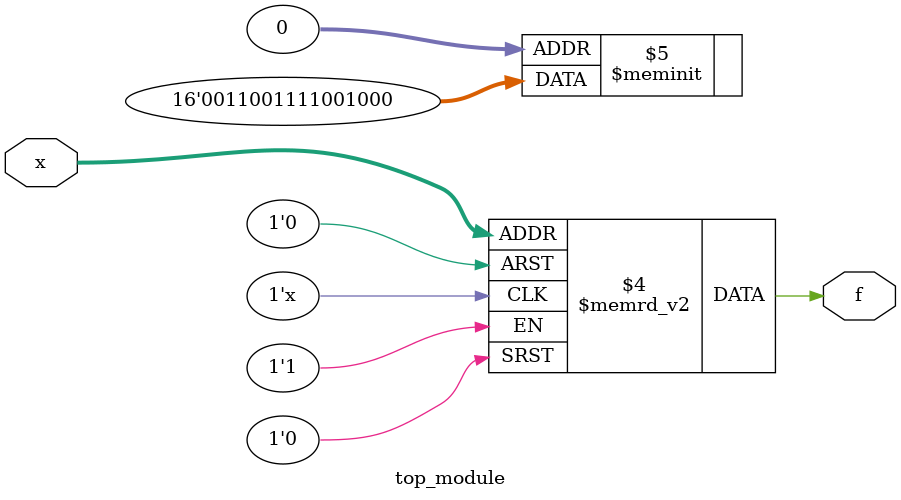
<source format=sv>
module top_module (
    input [4:1] x,
    output logic f
);

always_comb begin
    case (x)
        4'b0001: f = 0;
        4'b0010: f = 0;
        4'b0011: f = 1;
        4'b0100: f = 0;
        4'b0110: f = 1;
        4'b0111: f = 1;
        4'b1000: f = 1;
        4'b1001: f = 1;
        4'b1010: f = 0;
        4'b1100: f = 1;
        4'b1101: f = 1;
        default: f = 0; // Assigning 0 for all don't-care conditions for simplicity
    endcase
end

endmodule

</source>
